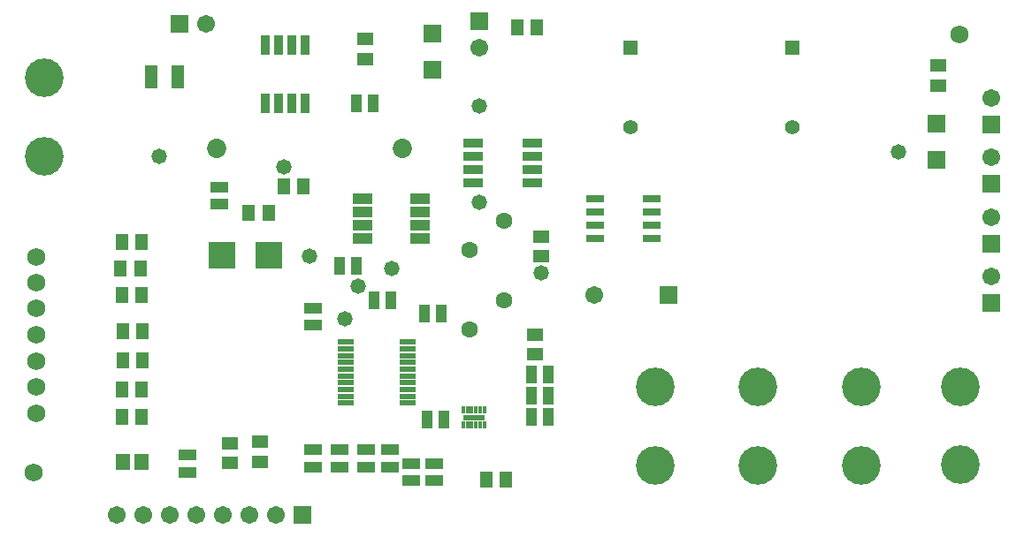
<source format=gts>
%FSTAX23Y23*%
%MOIN*%
%SFA1B1*%

%IPPOS*%
%ADD33R,0.076900X0.039500*%
%ADD34R,0.063120X0.021780*%
%ADD35R,0.011810X0.027560*%
%ADD36R,0.078870X0.023750*%
%ADD37R,0.044000X0.065000*%
%ADD38R,0.048000X0.063000*%
%ADD39R,0.063000X0.048000*%
%ADD40R,0.067060X0.067060*%
%ADD41R,0.065000X0.044000*%
%ADD42R,0.051310X0.086740*%
%ADD43R,0.076900X0.033590*%
%ADD44R,0.033590X0.076900*%
%ADD45R,0.098550X0.098550*%
%ADD46R,0.055240X0.063120*%
%ADD47R,0.065090X0.031620*%
%ADD48C,0.068000*%
%ADD49C,0.072960*%
%ADD50C,0.067060*%
%ADD51R,0.067060X0.067060*%
%ADD52C,0.063120*%
%ADD53C,0.055240*%
%ADD54R,0.055240X0.055240*%
%ADD55C,0.145800*%
%ADD56C,0.058000*%
%LNpowerboard-1*%
%LPD*%
G54D33*
X02598Y0391D03*
Y0396D03*
Y0401D03*
Y0406D03*
X02381Y0391D03*
Y0396D03*
Y0401D03*
Y0406D03*
G54D34*
X02551Y03289D03*
Y03314D03*
Y0334D03*
Y03365D03*
Y03391D03*
Y03417D03*
Y03442D03*
Y03468D03*
Y03493D03*
Y03519D03*
X02318Y03289D03*
Y03314D03*
Y0334D03*
Y03365D03*
Y03391D03*
Y03417D03*
Y03442D03*
Y03468D03*
Y03493D03*
Y03519D03*
G54D35*
X02824Y03205D03*
X0284D03*
X02808D03*
X02792D03*
X02777D03*
X02761D03*
Y03264D03*
X02777D03*
X02792D03*
X02808D03*
X0284D03*
X02824D03*
G54D36*
X028Y03234D03*
G54D37*
X03082Y03395D03*
X03018D03*
X03082Y03315D03*
X03018D03*
X03082Y03235D03*
X03018D03*
X02687Y03225D03*
X02623D03*
X02423Y03675D03*
X02487D03*
X02357Y03805D03*
X02293D03*
X02358Y04419D03*
X02422D03*
X02613Y03625D03*
X02677D03*
G54D38*
X03037Y04705D03*
X02963D03*
X02848Y03D03*
X02922D03*
X01547Y03235D03*
X01473D03*
X01547Y0334D03*
X01473D03*
X01552Y0345D03*
X01478D03*
X01551Y0356D03*
X01477D03*
X01547Y03695D03*
X01473D03*
X01543Y03795D03*
X01469D03*
X02083Y04105D03*
X02157D03*
X01952Y04005D03*
X02026D03*
X01473Y03895D03*
X01547D03*
G54D39*
X0455Y04488D03*
Y04562D03*
X0188Y03137D03*
Y03063D03*
X0239Y04588D03*
Y04662D03*
X03055Y03843D03*
Y03917D03*
X0303Y03473D03*
Y03547D03*
X01995Y03142D03*
Y03068D03*
G54D40*
X04545Y04206D03*
Y04343D03*
X02645Y04683D03*
Y04546D03*
X0475Y0434D03*
Y04115D03*
Y0389D03*
Y03665D03*
X0282Y0473D03*
G54D41*
X0265Y0306D03*
Y02996D03*
X02565Y0306D03*
Y02996D03*
X02485Y03112D03*
Y03048D03*
X02395Y03112D03*
Y03048D03*
X02295Y03112D03*
Y03048D03*
X02195Y03112D03*
Y03048D03*
X0184Y0404D03*
Y04104D03*
X0172Y03028D03*
Y03092D03*
X02195Y03647D03*
Y03583D03*
G54D42*
X01685Y0452D03*
X01585D03*
G54D43*
X02799Y0427D03*
Y0422D03*
Y0417D03*
Y0412D03*
X0302Y0427D03*
Y0422D03*
Y0417D03*
Y0412D03*
G54D44*
X02015Y04419D03*
X02065D03*
X02115D03*
X02165D03*
X02015Y0464D03*
X02065D03*
X02115D03*
X02165D03*
G54D45*
X02028Y03845D03*
X01851D03*
G54D46*
X01478Y03065D03*
X01549D03*
G54D47*
X03472Y0391D03*
Y0396D03*
Y0401D03*
Y0406D03*
X03257Y0391D03*
Y0396D03*
Y0401D03*
Y0406D03*
G54D48*
X0114Y03028D03*
X0463Y0468D03*
X0115Y03645D03*
Y03743D03*
Y03251D03*
Y03349D03*
Y03546D03*
Y03448D03*
Y03841D03*
G54D49*
X0253Y0425D03*
X0183D03*
G54D50*
X0179Y0472D03*
X0475Y0444D03*
Y04215D03*
Y0399D03*
Y03765D03*
X0282Y0463D03*
X03255Y03695D03*
X02055Y02865D03*
X01955D03*
X01855D03*
X01755D03*
X01655D03*
X01555D03*
X01455D03*
G54D51*
X0169Y0472D03*
X03534Y03695D03*
X02155Y02865D03*
G54D52*
X02915Y03675D03*
Y03975D03*
X02785Y03865D03*
Y03565D03*
G54D53*
X04Y0433D03*
X0339D03*
G54D54*
X04Y0463D03*
X0339D03*
G54D55*
X0118Y04515D03*
Y04219D03*
X04635Y03055D03*
Y0335D03*
X0387Y03054D03*
Y03349D03*
X0426Y03054D03*
Y03349D03*
X03485Y03054D03*
Y0335D03*
G54D56*
X044Y04235D03*
X02365Y0373D03*
X0249Y03795D03*
X02315Y03606D03*
X0282Y04045D03*
Y0441D03*
X03055Y0378D03*
X0218Y03843D03*
X02084Y0418D03*
X01614Y04219D03*
M02*
</source>
